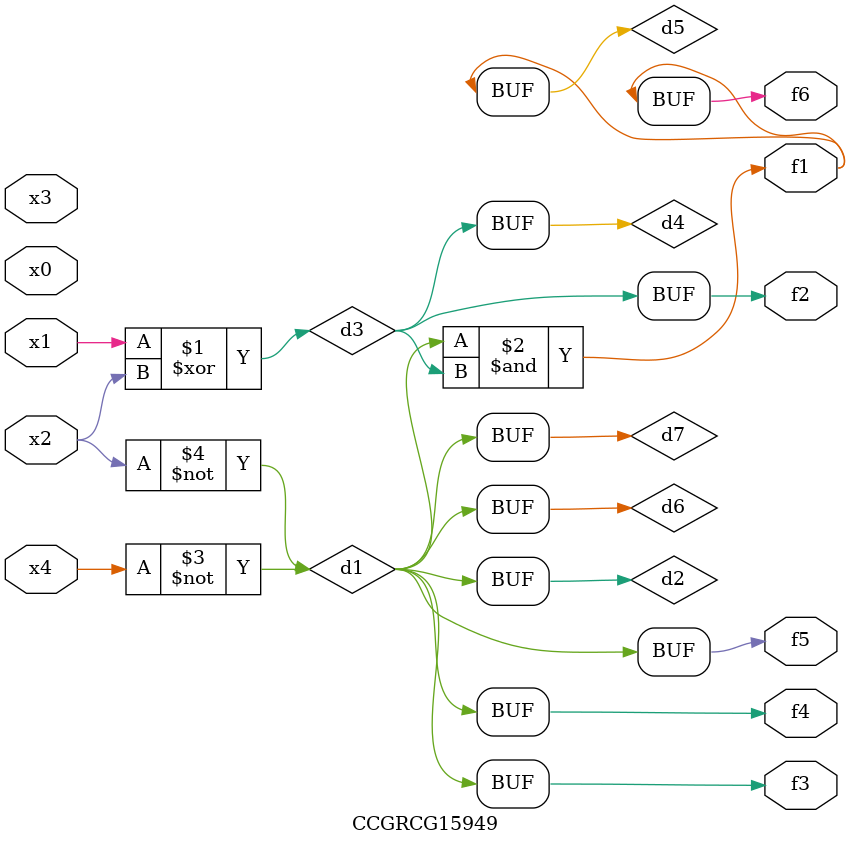
<source format=v>
module CCGRCG15949(
	input x0, x1, x2, x3, x4,
	output f1, f2, f3, f4, f5, f6
);

	wire d1, d2, d3, d4, d5, d6, d7;

	not (d1, x4);
	not (d2, x2);
	xor (d3, x1, x2);
	buf (d4, d3);
	and (d5, d1, d3);
	buf (d6, d1, d2);
	buf (d7, d2);
	assign f1 = d5;
	assign f2 = d4;
	assign f3 = d7;
	assign f4 = d7;
	assign f5 = d7;
	assign f6 = d5;
endmodule

</source>
